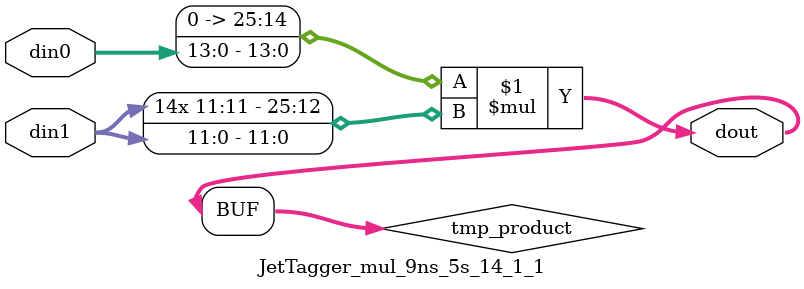
<source format=v>

`timescale 1 ns / 1 ps

  module JetTagger_mul_9ns_5s_14_1_1(din0, din1, dout);
parameter ID = 1;
parameter NUM_STAGE = 0;
parameter din0_WIDTH = 14;
parameter din1_WIDTH = 12;
parameter dout_WIDTH = 26;

input [din0_WIDTH - 1 : 0] din0; 
input [din1_WIDTH - 1 : 0] din1; 
output [dout_WIDTH - 1 : 0] dout;

wire signed [dout_WIDTH - 1 : 0] tmp_product;











assign tmp_product = $signed({1'b0, din0}) * $signed(din1);










assign dout = tmp_product;







endmodule

</source>
